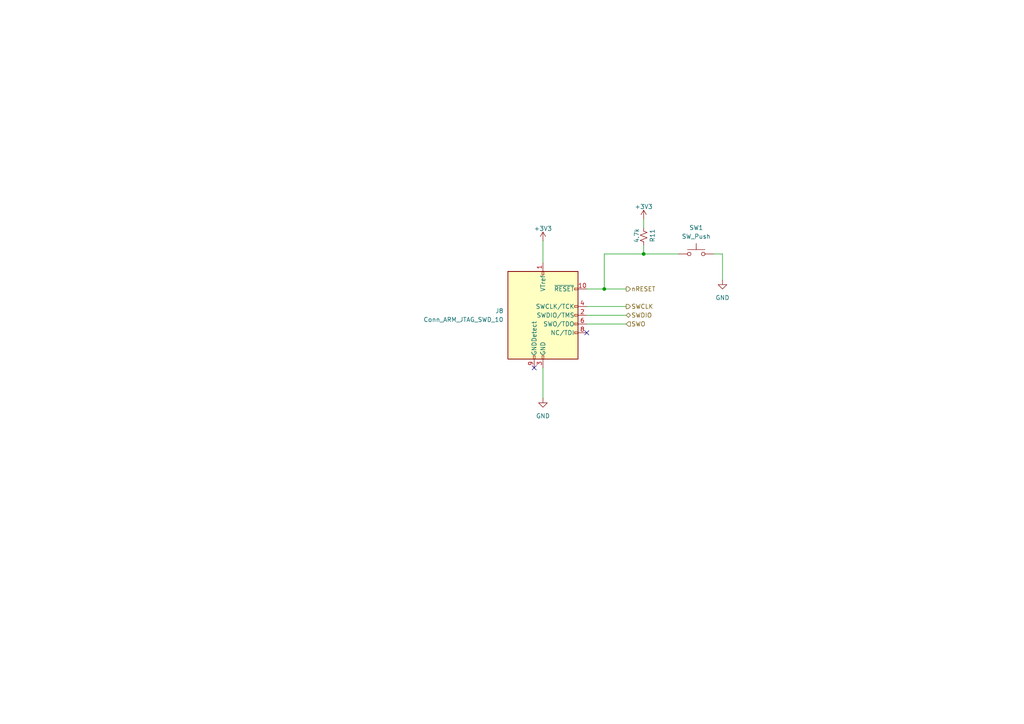
<source format=kicad_sch>
(kicad_sch (version 20250114) (generator "eeschema") (generator_version "9.0")
  (paper "A4")
  (title_block (title "SproutSyncProto-A-01") (date "2025-07-16") (rev "0.1") (company "SproutSync LTD") (comment 1 "ALL RIGHTS RESERVED") (comment 2 "Drawn By: Thomas Sweeney") (comment 3 "R&D Check:") (comment 4 "MFG Check:"))
  (lib_symbols
    (symbol "Connector:Conn_ARM_JTAG_SWD_10" (pin_names (offset 1.016))
      (property "Reference" "J" (at -2.54 16.51 0))
      (property "Value" "Conn_ARM_JTAG_SWD_10" (at -2.54 13.97 0))
      (symbol "Conn_ARM_JTAG_SWD_10_0_1"
        (rectangle (start -10.16 12.7) (end 10.16 -12.7) (stroke (width 0.254)) (fill (type background)))
        (rectangle (start -2.794 -12.7) (end -2.286 -11.684))
        (rectangle (start -0.254 12.7) (end 0.254 11.684))
        (rectangle (start -0.254 -12.7) (end 0.254 -11.684))
        (rectangle (start 9.144 2.286) (end 10.16 2.794))
        (rectangle (start 10.16 7.874) (end 9.144 7.366))
        (rectangle (start 10.16 -0.254) (end 9.144 0.254))
        (rectangle (start 10.16 -2.794) (end 9.144 -2.286))
      )
      (symbol "Conn_ARM_JTAG_SWD_10_1_1"
        (rectangle (start 9.144 -5.334) (end 10.16 -4.826))
        (pin no_connect line (at -10.16 0 0) (length 2.54) (hide yes) (name "KEY") (number "7"))
        (pin passive line (at -2.54 -15.24 90) (length 2.54) (name "GNDDetect") (number "9"))
        (pin power_in line (at 0 15.24 270) (length 2.54) (name "VTref") (number "1"))
        (pin power_in line (at 0 -15.24 90) (length 2.54) (name "GND") (number "3"))
        (pin passive line (at 0 -15.24 90) (length 2.54) (hide yes) (name "GND") (number "5"))
        (pin open_collector line (at 12.7 7.62 180) (length 2.54) (name "~{RESET}") (number "10"))
        (pin output line (at 12.7 2.54 180) (length 2.54) (name "SWCLK/TCK") (number "4"))
        (pin bidirectional line (at 12.7 0 180) (length 2.54) (name "SWDIO/TMS") (number "2"))
        (pin input line (at 12.7 -2.54 180) (length 2.54) (name "SWO/TDO") (number "6"))
        (pin output line (at 12.7 -5.08 180) (length 2.54) (name "NC/TDI") (number "8"))
      )
    )
    (symbol "Device:R_Small_US" (pin_numbers (hide yes)) (pin_names (offset 0.254) (hide yes))
      (property "Reference" "R" (at 0.762 0.508 0))
      (property "Value" "R_Small_US" (at 0.762 -1.016 0))
      (symbol "R_Small_US_1_1"
        (polyline (pts (xy 0 1.524) (xy 1.016 1.143) (xy 0 0.762) (xy -1.016 0.381) (xy 0 0)))
        (polyline (pts (xy 0 0) (xy 1.016 -0.381) (xy 0 -0.762) (xy -1.016 -1.143) (xy 0 -1.524)))
        (pin passive line (at 0 2.54 270) (length 1.016) (name "~") (number "1"))
        (pin passive line (at 0 -2.54 90) (length 1.016) (name "~") (number "2"))
      )
    )
    (symbol "Switch:SW_Push" (pin_numbers (hide yes)) (pin_names (offset 1.016) (hide yes))
      (property "Reference" "SW" (at 1.27 2.54 0))
      (property "Value" "SW_Push" (at 0 -1.524 0))
      (symbol "SW_Push_0_1"
        (circle (center -2.032 0) (radius 0.508))
        (polyline (pts (xy 0 1.27) (xy 0 3.048)))
        (circle (center 2.032 0) (radius 0.508))
        (polyline (pts (xy 2.54 1.27) (xy -2.54 1.27)))
        (pin passive line (at -5.08 0 0) (length 2.54) (name "1") (number "1"))
        (pin passive line (at 5.08 0 180) (length 2.54) (name "2") (number "2"))
      )
    )
    (symbol "power:+3V3" (power) (pin_numbers (hide yes)) (pin_names (offset 0) (hide yes))
      (property "Value" "+3V3" (at 0 3.556 0))
      (symbol "+3V3_0_1"
        (polyline (pts (xy -0.762 1.27) (xy 0 2.54)))
        (polyline (pts (xy 0 2.54) (xy 0.762 1.27)))
        (polyline (pts (xy 0 0) (xy 0 2.54)))
      )
      (symbol "+3V3_1_1"
        (pin power_in line (at 0 0 90) (length 0) (name "~") (number "1"))
      )
    )
    (symbol "power:GND" (power) (pin_numbers (hide yes)) (pin_names (offset 0) (hide yes))
      (property "Value" "GND" (at 0 -3.81 0))
      (symbol "GND_0_1"
        (polyline (pts (xy 0 0) (xy 0 -1.27) (xy 1.27 -1.27) (xy 0 -2.54) (xy -1.27 -1.27) (xy 0 -1.27)))
      )
      (symbol "GND_1_1"
        (pin power_in line (at 0 0 270) (length 0) (name "~") (number "1"))
      )
    )
  )
  (junction (at 175.26 83.82))
  (junction (at 186.69 73.66))
  (no_connect (at 154.94 106.68))
  (no_connect (at 170.18 96.52))
  (wire (pts (xy 186.69 71.12) (xy 186.69 73.66)))
  (wire (pts (xy 170.18 91.44) (xy 181.61 91.44)))
  (wire (pts (xy 157.48 106.68) (xy 157.48 115.57)))
  (wire (pts (xy 170.18 88.9) (xy 181.61 88.9)))
  (wire (pts (xy 186.69 73.66) (xy 175.26 73.66)))
  (wire (pts (xy 170.18 83.82) (xy 175.26 83.82)))
  (wire (pts (xy 207.01 73.66) (xy 209.55 73.66)))
  (wire (pts (xy 175.26 83.82) (xy 181.61 83.82)))
  (wire (pts (xy 170.18 93.98) (xy 181.61 93.98)))
  (wire (pts (xy 186.69 63.5) (xy 186.69 66.04)))
  (wire (pts (xy 209.55 73.66) (xy 209.55 81.28)))
  (wire (pts (xy 157.48 69.85) (xy 157.48 76.2)))
  (wire (pts (xy 175.26 73.66) (xy 175.26 83.82)))
  (wire (pts (xy 196.85 73.66) (xy 186.69 73.66)))
  (hierarchical_label "SWO" (shape input) (at 181.61 93.98 0))
  (hierarchical_label "SWCLK" (shape output) (at 181.61 88.9 0))
  (hierarchical_label "SWDIO" (shape bidirectional) (at 181.61 91.44 0))
  (hierarchical_label "nRESET" (shape output) (at 181.61 83.82 0))
  (symbol (lib_id "power:GND") (at 209.55 81.28 0) (unit 1)
    (property "Reference" "#PWR054" (effects (hide yes)))
    (property "Value" "GND" (at 209.55 86.36 0))
    (property "Description" "Power symbol creates a global label with name \"GND\" , ground" (effects (hide yes)))
  )
  (symbol (lib_id "power:GND") (at 157.48 115.57 0) (unit 1)
    (property "Reference" "#PWR035" (effects (hide yes)))
    (property "Value" "GND" (at 157.48 120.65 0))
    (property "Description" "Power symbol creates a global label with name \"GND\" , ground" (effects (hide yes)))
  )
  (symbol (lib_id "Device:R_Small_US") (at 186.69 68.58 180) (unit 1)
    (property "Reference" "R11" (at 189.23 68.326 90))
    (property "Value" "4.7k" (at 184.658 68.326 90))
    (property "Footprint" "Resistor_SMD:R_0402_1005Metric" (effects (hide yes)))
    (property "Datasheet" "https://www.yageo.com/upload/media/product/products/datasheet/rchip/PYu-RC_Group_51_RoHS_L_12.pdf" (effects (hide yes)))
    (property "Description" "RES 4.7K OHM 5% 1/16W 0402" (effects (hide yes)))
    (property "Distributor Prt #" "311-4.7KJRCT-ND" (effects (hide yes)))
    (property "Manuf Prt #" "	 RC0402JR-074K7L" (effects (hide yes)))
  )
  (symbol (lib_id "power:+3V3") (at 186.69 63.5 0) (mirror y) (unit 1)
    (property "Reference" "#PWR055" (effects (hide yes)))
    (property "Value" "+3V3" (at 186.69 59.944 0))
    (property "Description" "Power symbol creates a global label with name \"+3V3\"" (effects (hide yes)))
  )
  (symbol (lib_id "power:+3V3") (at 157.48 69.85 0) (mirror y) (unit 1)
    (property "Reference" "#PWR040" (effects (hide yes)))
    (property "Value" "+3V3" (at 157.48 66.294 0))
    (property "Description" "Power symbol creates a global label with name \"+3V3\"" (effects (hide yes)))
  )
  (symbol (lib_id "Switch:SW_Push") (at 201.93 73.66 0) (unit 1)
    (property "Reference" "SW1" (at 201.93 66.04 0))
    (property "Value" "SW_Push" (at 201.93 68.58 0))
    (property "Description" "Push button switch, generic, two pins" (effects (hide yes)))
  )
  (symbol (lib_id "Connector:Conn_ARM_JTAG_SWD_10") (at 157.48 91.44 0) (unit 1)
    (property "Reference" "J8" (at 146.05 90.1699 0) (effects (justify right)))
    (property "Value" "Conn_ARM_JTAG_SWD_10" (at 146.05 92.7099 0) (effects (justify right)))
    (property "Footprint" "Connector_PinHeader_1.27mm:PinHeader_2x05_P1.27mm_Vertical_SMD" (effects (hide yes)))
    (property "Datasheet" "http://infocenter.arm.com/help/topic/com.arm.doc.ddi0314h/DDI0314H_coresight_components_trm.pdf" (effects (hide yes)))
    (property "Description" "Cortex Debug Connector, standard ARM Cortex-M SWD and JTAG interface" (effects (hide yes)))
  )
)
</source>
